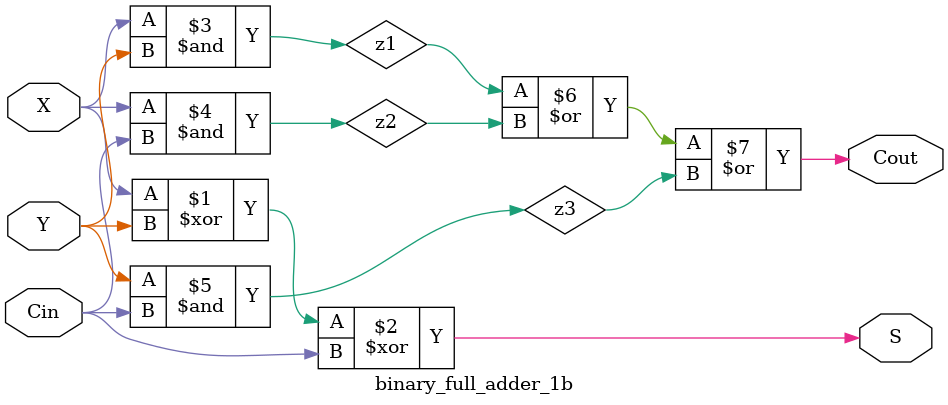
<source format=v>
module binary_full_adder_1b(
	input Cin, X, Y,
	output S, Cout
);

xor (S, X, Y, Cin);
and (z1, X, Y);
and (z2, X, Cin);
and (z3, Y, Cin);
or (Cout, z1, z2, z3);

endmodule

</source>
